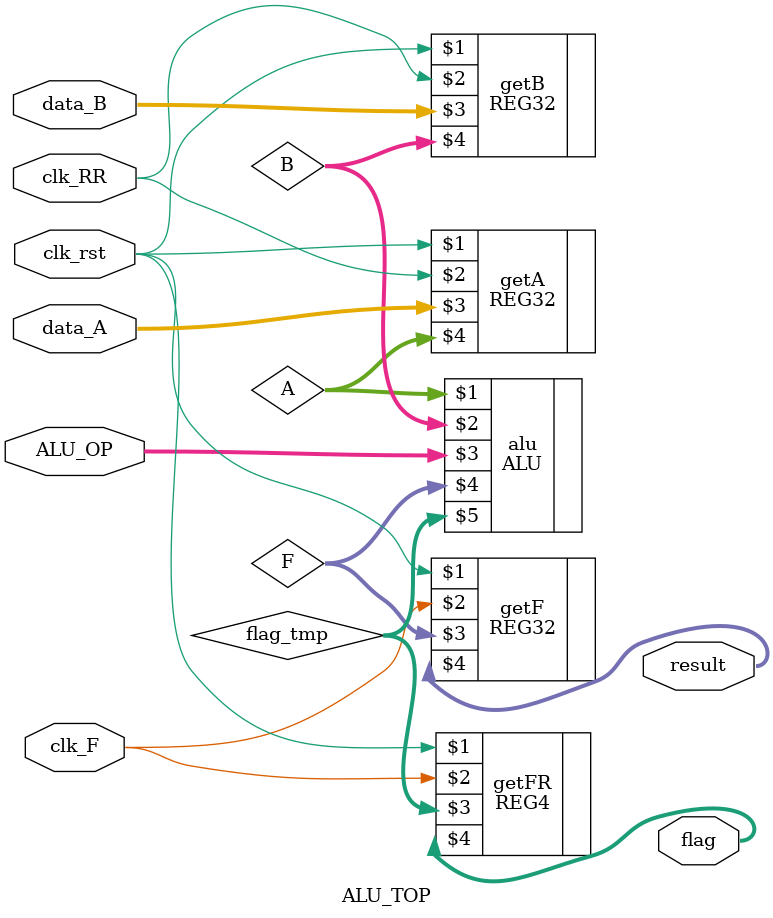
<source format=v>
`timescale 1ns / 1ps


module ALU_TOP(
    input clk_rst,
    input clk_RR,
    input clk_F,
    input  [3:0]ALU_OP,
    input  [31:0]data_A,
    input  [31:0]data_B,
    output [31:0]result,
    output [3:0]flag
);


wire [31:0]A;
wire [31:0]B;
wire [31:0]F;
wire [3:0]flag_tmp;


REG32 getA(clk_rst,clk_RR,data_A,A);
REG32 getB(clk_rst,clk_RR,data_B,B);
ALU   alu(A,B,ALU_OP,F,flag_tmp);
REG32 getF(clk_rst,clk_F,F,result);
REG4 getFR(clk_rst,clk_F,flag_tmp,flag);

endmodule
</source>
